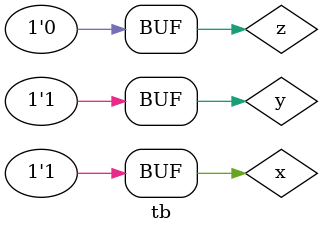
<source format=v>
module ex4(input x,y,z,output f);
wand f;
assign f=x|y;
assign f=z|y;
assign f=z|x;
endmodule

module tb;
reg x,y,z;
wire f;
ex4 i1(x,y,z,f);
initial begin
$monitor($time," x=%b y=%b z=%b F=%b ",x,y,z,f);
#10 x=0;y=1;z=1;
#10 x=0;y=0;z=1;
#10 x=1;y=1;z=0;
end
endmodule

</source>
